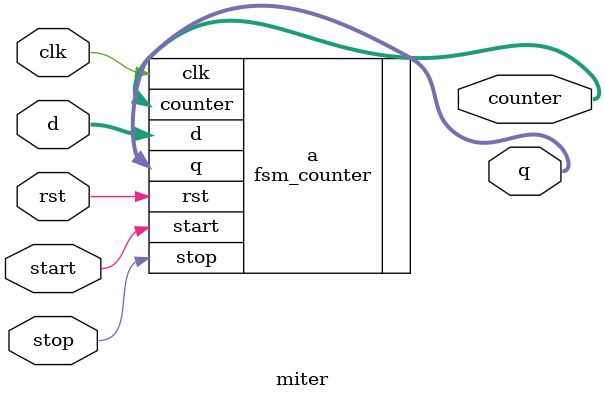
<source format=sv>

module miter (
    input  wire clk,
    input  wire rst,
    input  wire start,
    input  wire stop,
    output wire [2:0] counter
    // output wire [1:0] state

`ifndef VERILOG
    // dummy
    , input wire [31:0] d
    , output wire [31:0] q
`endif
);

    fsm_counter a (
        .clk(clk),
        .rst(rst),
        .start(start),
        .stop(stop),
        .counter(counter)
`ifndef VERILOG
        , .d(d),
        .q(q)
`endif
    );

endmodule

</source>
